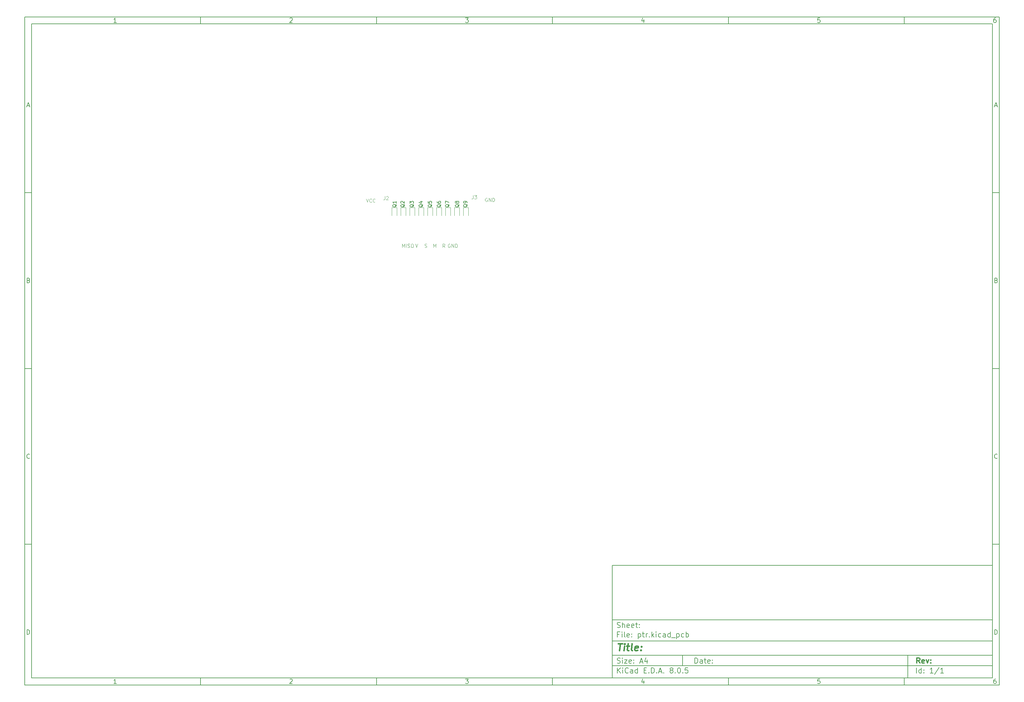
<source format=gbr>
%TF.GenerationSoftware,KiCad,Pcbnew,8.0.5*%
%TF.CreationDate,2024-11-03T20:33:15+08:00*%
%TF.ProjectId,ptr,7074722e-6b69-4636-9164-5f7063625858,rev?*%
%TF.SameCoordinates,Original*%
%TF.FileFunction,Legend,Top*%
%TF.FilePolarity,Positive*%
%FSLAX46Y46*%
G04 Gerber Fmt 4.6, Leading zero omitted, Abs format (unit mm)*
G04 Created by KiCad (PCBNEW 8.0.5) date 2024-11-03 20:33:15*
%MOMM*%
%LPD*%
G01*
G04 APERTURE LIST*
%ADD10C,0.100000*%
%ADD11C,0.150000*%
%ADD12C,0.300000*%
%ADD13C,0.400000*%
%ADD14C,0.120000*%
G04 APERTURE END LIST*
D10*
D11*
X177002200Y-166007200D02*
X285002200Y-166007200D01*
X285002200Y-198007200D01*
X177002200Y-198007200D01*
X177002200Y-166007200D01*
D10*
D11*
X10000000Y-10000000D02*
X287002200Y-10000000D01*
X287002200Y-200007200D01*
X10000000Y-200007200D01*
X10000000Y-10000000D01*
D10*
D11*
X12000000Y-12000000D02*
X285002200Y-12000000D01*
X285002200Y-198007200D01*
X12000000Y-198007200D01*
X12000000Y-12000000D01*
D10*
D11*
X60000000Y-12000000D02*
X60000000Y-10000000D01*
D10*
D11*
X110000000Y-12000000D02*
X110000000Y-10000000D01*
D10*
D11*
X160000000Y-12000000D02*
X160000000Y-10000000D01*
D10*
D11*
X210000000Y-12000000D02*
X210000000Y-10000000D01*
D10*
D11*
X260000000Y-12000000D02*
X260000000Y-10000000D01*
D10*
D11*
X36089160Y-11593604D02*
X35346303Y-11593604D01*
X35717731Y-11593604D02*
X35717731Y-10293604D01*
X35717731Y-10293604D02*
X35593922Y-10479319D01*
X35593922Y-10479319D02*
X35470112Y-10603128D01*
X35470112Y-10603128D02*
X35346303Y-10665033D01*
D10*
D11*
X85346303Y-10417414D02*
X85408207Y-10355509D01*
X85408207Y-10355509D02*
X85532017Y-10293604D01*
X85532017Y-10293604D02*
X85841541Y-10293604D01*
X85841541Y-10293604D02*
X85965350Y-10355509D01*
X85965350Y-10355509D02*
X86027255Y-10417414D01*
X86027255Y-10417414D02*
X86089160Y-10541223D01*
X86089160Y-10541223D02*
X86089160Y-10665033D01*
X86089160Y-10665033D02*
X86027255Y-10850747D01*
X86027255Y-10850747D02*
X85284398Y-11593604D01*
X85284398Y-11593604D02*
X86089160Y-11593604D01*
D10*
D11*
X135284398Y-10293604D02*
X136089160Y-10293604D01*
X136089160Y-10293604D02*
X135655826Y-10788842D01*
X135655826Y-10788842D02*
X135841541Y-10788842D01*
X135841541Y-10788842D02*
X135965350Y-10850747D01*
X135965350Y-10850747D02*
X136027255Y-10912652D01*
X136027255Y-10912652D02*
X136089160Y-11036461D01*
X136089160Y-11036461D02*
X136089160Y-11345985D01*
X136089160Y-11345985D02*
X136027255Y-11469795D01*
X136027255Y-11469795D02*
X135965350Y-11531700D01*
X135965350Y-11531700D02*
X135841541Y-11593604D01*
X135841541Y-11593604D02*
X135470112Y-11593604D01*
X135470112Y-11593604D02*
X135346303Y-11531700D01*
X135346303Y-11531700D02*
X135284398Y-11469795D01*
D10*
D11*
X185965350Y-10726938D02*
X185965350Y-11593604D01*
X185655826Y-10231700D02*
X185346303Y-11160271D01*
X185346303Y-11160271D02*
X186151064Y-11160271D01*
D10*
D11*
X236027255Y-10293604D02*
X235408207Y-10293604D01*
X235408207Y-10293604D02*
X235346303Y-10912652D01*
X235346303Y-10912652D02*
X235408207Y-10850747D01*
X235408207Y-10850747D02*
X235532017Y-10788842D01*
X235532017Y-10788842D02*
X235841541Y-10788842D01*
X235841541Y-10788842D02*
X235965350Y-10850747D01*
X235965350Y-10850747D02*
X236027255Y-10912652D01*
X236027255Y-10912652D02*
X236089160Y-11036461D01*
X236089160Y-11036461D02*
X236089160Y-11345985D01*
X236089160Y-11345985D02*
X236027255Y-11469795D01*
X236027255Y-11469795D02*
X235965350Y-11531700D01*
X235965350Y-11531700D02*
X235841541Y-11593604D01*
X235841541Y-11593604D02*
X235532017Y-11593604D01*
X235532017Y-11593604D02*
X235408207Y-11531700D01*
X235408207Y-11531700D02*
X235346303Y-11469795D01*
D10*
D11*
X285965350Y-10293604D02*
X285717731Y-10293604D01*
X285717731Y-10293604D02*
X285593922Y-10355509D01*
X285593922Y-10355509D02*
X285532017Y-10417414D01*
X285532017Y-10417414D02*
X285408207Y-10603128D01*
X285408207Y-10603128D02*
X285346303Y-10850747D01*
X285346303Y-10850747D02*
X285346303Y-11345985D01*
X285346303Y-11345985D02*
X285408207Y-11469795D01*
X285408207Y-11469795D02*
X285470112Y-11531700D01*
X285470112Y-11531700D02*
X285593922Y-11593604D01*
X285593922Y-11593604D02*
X285841541Y-11593604D01*
X285841541Y-11593604D02*
X285965350Y-11531700D01*
X285965350Y-11531700D02*
X286027255Y-11469795D01*
X286027255Y-11469795D02*
X286089160Y-11345985D01*
X286089160Y-11345985D02*
X286089160Y-11036461D01*
X286089160Y-11036461D02*
X286027255Y-10912652D01*
X286027255Y-10912652D02*
X285965350Y-10850747D01*
X285965350Y-10850747D02*
X285841541Y-10788842D01*
X285841541Y-10788842D02*
X285593922Y-10788842D01*
X285593922Y-10788842D02*
X285470112Y-10850747D01*
X285470112Y-10850747D02*
X285408207Y-10912652D01*
X285408207Y-10912652D02*
X285346303Y-11036461D01*
D10*
D11*
X60000000Y-198007200D02*
X60000000Y-200007200D01*
D10*
D11*
X110000000Y-198007200D02*
X110000000Y-200007200D01*
D10*
D11*
X160000000Y-198007200D02*
X160000000Y-200007200D01*
D10*
D11*
X210000000Y-198007200D02*
X210000000Y-200007200D01*
D10*
D11*
X260000000Y-198007200D02*
X260000000Y-200007200D01*
D10*
D11*
X36089160Y-199600804D02*
X35346303Y-199600804D01*
X35717731Y-199600804D02*
X35717731Y-198300804D01*
X35717731Y-198300804D02*
X35593922Y-198486519D01*
X35593922Y-198486519D02*
X35470112Y-198610328D01*
X35470112Y-198610328D02*
X35346303Y-198672233D01*
D10*
D11*
X85346303Y-198424614D02*
X85408207Y-198362709D01*
X85408207Y-198362709D02*
X85532017Y-198300804D01*
X85532017Y-198300804D02*
X85841541Y-198300804D01*
X85841541Y-198300804D02*
X85965350Y-198362709D01*
X85965350Y-198362709D02*
X86027255Y-198424614D01*
X86027255Y-198424614D02*
X86089160Y-198548423D01*
X86089160Y-198548423D02*
X86089160Y-198672233D01*
X86089160Y-198672233D02*
X86027255Y-198857947D01*
X86027255Y-198857947D02*
X85284398Y-199600804D01*
X85284398Y-199600804D02*
X86089160Y-199600804D01*
D10*
D11*
X135284398Y-198300804D02*
X136089160Y-198300804D01*
X136089160Y-198300804D02*
X135655826Y-198796042D01*
X135655826Y-198796042D02*
X135841541Y-198796042D01*
X135841541Y-198796042D02*
X135965350Y-198857947D01*
X135965350Y-198857947D02*
X136027255Y-198919852D01*
X136027255Y-198919852D02*
X136089160Y-199043661D01*
X136089160Y-199043661D02*
X136089160Y-199353185D01*
X136089160Y-199353185D02*
X136027255Y-199476995D01*
X136027255Y-199476995D02*
X135965350Y-199538900D01*
X135965350Y-199538900D02*
X135841541Y-199600804D01*
X135841541Y-199600804D02*
X135470112Y-199600804D01*
X135470112Y-199600804D02*
X135346303Y-199538900D01*
X135346303Y-199538900D02*
X135284398Y-199476995D01*
D10*
D11*
X185965350Y-198734138D02*
X185965350Y-199600804D01*
X185655826Y-198238900D02*
X185346303Y-199167471D01*
X185346303Y-199167471D02*
X186151064Y-199167471D01*
D10*
D11*
X236027255Y-198300804D02*
X235408207Y-198300804D01*
X235408207Y-198300804D02*
X235346303Y-198919852D01*
X235346303Y-198919852D02*
X235408207Y-198857947D01*
X235408207Y-198857947D02*
X235532017Y-198796042D01*
X235532017Y-198796042D02*
X235841541Y-198796042D01*
X235841541Y-198796042D02*
X235965350Y-198857947D01*
X235965350Y-198857947D02*
X236027255Y-198919852D01*
X236027255Y-198919852D02*
X236089160Y-199043661D01*
X236089160Y-199043661D02*
X236089160Y-199353185D01*
X236089160Y-199353185D02*
X236027255Y-199476995D01*
X236027255Y-199476995D02*
X235965350Y-199538900D01*
X235965350Y-199538900D02*
X235841541Y-199600804D01*
X235841541Y-199600804D02*
X235532017Y-199600804D01*
X235532017Y-199600804D02*
X235408207Y-199538900D01*
X235408207Y-199538900D02*
X235346303Y-199476995D01*
D10*
D11*
X285965350Y-198300804D02*
X285717731Y-198300804D01*
X285717731Y-198300804D02*
X285593922Y-198362709D01*
X285593922Y-198362709D02*
X285532017Y-198424614D01*
X285532017Y-198424614D02*
X285408207Y-198610328D01*
X285408207Y-198610328D02*
X285346303Y-198857947D01*
X285346303Y-198857947D02*
X285346303Y-199353185D01*
X285346303Y-199353185D02*
X285408207Y-199476995D01*
X285408207Y-199476995D02*
X285470112Y-199538900D01*
X285470112Y-199538900D02*
X285593922Y-199600804D01*
X285593922Y-199600804D02*
X285841541Y-199600804D01*
X285841541Y-199600804D02*
X285965350Y-199538900D01*
X285965350Y-199538900D02*
X286027255Y-199476995D01*
X286027255Y-199476995D02*
X286089160Y-199353185D01*
X286089160Y-199353185D02*
X286089160Y-199043661D01*
X286089160Y-199043661D02*
X286027255Y-198919852D01*
X286027255Y-198919852D02*
X285965350Y-198857947D01*
X285965350Y-198857947D02*
X285841541Y-198796042D01*
X285841541Y-198796042D02*
X285593922Y-198796042D01*
X285593922Y-198796042D02*
X285470112Y-198857947D01*
X285470112Y-198857947D02*
X285408207Y-198919852D01*
X285408207Y-198919852D02*
X285346303Y-199043661D01*
D10*
D11*
X10000000Y-60000000D02*
X12000000Y-60000000D01*
D10*
D11*
X10000000Y-110000000D02*
X12000000Y-110000000D01*
D10*
D11*
X10000000Y-160000000D02*
X12000000Y-160000000D01*
D10*
D11*
X10690476Y-35222176D02*
X11309523Y-35222176D01*
X10566666Y-35593604D02*
X10999999Y-34293604D01*
X10999999Y-34293604D02*
X11433333Y-35593604D01*
D10*
D11*
X11092857Y-84912652D02*
X11278571Y-84974557D01*
X11278571Y-84974557D02*
X11340476Y-85036461D01*
X11340476Y-85036461D02*
X11402380Y-85160271D01*
X11402380Y-85160271D02*
X11402380Y-85345985D01*
X11402380Y-85345985D02*
X11340476Y-85469795D01*
X11340476Y-85469795D02*
X11278571Y-85531700D01*
X11278571Y-85531700D02*
X11154761Y-85593604D01*
X11154761Y-85593604D02*
X10659523Y-85593604D01*
X10659523Y-85593604D02*
X10659523Y-84293604D01*
X10659523Y-84293604D02*
X11092857Y-84293604D01*
X11092857Y-84293604D02*
X11216666Y-84355509D01*
X11216666Y-84355509D02*
X11278571Y-84417414D01*
X11278571Y-84417414D02*
X11340476Y-84541223D01*
X11340476Y-84541223D02*
X11340476Y-84665033D01*
X11340476Y-84665033D02*
X11278571Y-84788842D01*
X11278571Y-84788842D02*
X11216666Y-84850747D01*
X11216666Y-84850747D02*
X11092857Y-84912652D01*
X11092857Y-84912652D02*
X10659523Y-84912652D01*
D10*
D11*
X11402380Y-135469795D02*
X11340476Y-135531700D01*
X11340476Y-135531700D02*
X11154761Y-135593604D01*
X11154761Y-135593604D02*
X11030952Y-135593604D01*
X11030952Y-135593604D02*
X10845238Y-135531700D01*
X10845238Y-135531700D02*
X10721428Y-135407890D01*
X10721428Y-135407890D02*
X10659523Y-135284080D01*
X10659523Y-135284080D02*
X10597619Y-135036461D01*
X10597619Y-135036461D02*
X10597619Y-134850747D01*
X10597619Y-134850747D02*
X10659523Y-134603128D01*
X10659523Y-134603128D02*
X10721428Y-134479319D01*
X10721428Y-134479319D02*
X10845238Y-134355509D01*
X10845238Y-134355509D02*
X11030952Y-134293604D01*
X11030952Y-134293604D02*
X11154761Y-134293604D01*
X11154761Y-134293604D02*
X11340476Y-134355509D01*
X11340476Y-134355509D02*
X11402380Y-134417414D01*
D10*
D11*
X10659523Y-185593604D02*
X10659523Y-184293604D01*
X10659523Y-184293604D02*
X10969047Y-184293604D01*
X10969047Y-184293604D02*
X11154761Y-184355509D01*
X11154761Y-184355509D02*
X11278571Y-184479319D01*
X11278571Y-184479319D02*
X11340476Y-184603128D01*
X11340476Y-184603128D02*
X11402380Y-184850747D01*
X11402380Y-184850747D02*
X11402380Y-185036461D01*
X11402380Y-185036461D02*
X11340476Y-185284080D01*
X11340476Y-185284080D02*
X11278571Y-185407890D01*
X11278571Y-185407890D02*
X11154761Y-185531700D01*
X11154761Y-185531700D02*
X10969047Y-185593604D01*
X10969047Y-185593604D02*
X10659523Y-185593604D01*
D10*
D11*
X287002200Y-60000000D02*
X285002200Y-60000000D01*
D10*
D11*
X287002200Y-110000000D02*
X285002200Y-110000000D01*
D10*
D11*
X287002200Y-160000000D02*
X285002200Y-160000000D01*
D10*
D11*
X285692676Y-35222176D02*
X286311723Y-35222176D01*
X285568866Y-35593604D02*
X286002199Y-34293604D01*
X286002199Y-34293604D02*
X286435533Y-35593604D01*
D10*
D11*
X286095057Y-84912652D02*
X286280771Y-84974557D01*
X286280771Y-84974557D02*
X286342676Y-85036461D01*
X286342676Y-85036461D02*
X286404580Y-85160271D01*
X286404580Y-85160271D02*
X286404580Y-85345985D01*
X286404580Y-85345985D02*
X286342676Y-85469795D01*
X286342676Y-85469795D02*
X286280771Y-85531700D01*
X286280771Y-85531700D02*
X286156961Y-85593604D01*
X286156961Y-85593604D02*
X285661723Y-85593604D01*
X285661723Y-85593604D02*
X285661723Y-84293604D01*
X285661723Y-84293604D02*
X286095057Y-84293604D01*
X286095057Y-84293604D02*
X286218866Y-84355509D01*
X286218866Y-84355509D02*
X286280771Y-84417414D01*
X286280771Y-84417414D02*
X286342676Y-84541223D01*
X286342676Y-84541223D02*
X286342676Y-84665033D01*
X286342676Y-84665033D02*
X286280771Y-84788842D01*
X286280771Y-84788842D02*
X286218866Y-84850747D01*
X286218866Y-84850747D02*
X286095057Y-84912652D01*
X286095057Y-84912652D02*
X285661723Y-84912652D01*
D10*
D11*
X286404580Y-135469795D02*
X286342676Y-135531700D01*
X286342676Y-135531700D02*
X286156961Y-135593604D01*
X286156961Y-135593604D02*
X286033152Y-135593604D01*
X286033152Y-135593604D02*
X285847438Y-135531700D01*
X285847438Y-135531700D02*
X285723628Y-135407890D01*
X285723628Y-135407890D02*
X285661723Y-135284080D01*
X285661723Y-135284080D02*
X285599819Y-135036461D01*
X285599819Y-135036461D02*
X285599819Y-134850747D01*
X285599819Y-134850747D02*
X285661723Y-134603128D01*
X285661723Y-134603128D02*
X285723628Y-134479319D01*
X285723628Y-134479319D02*
X285847438Y-134355509D01*
X285847438Y-134355509D02*
X286033152Y-134293604D01*
X286033152Y-134293604D02*
X286156961Y-134293604D01*
X286156961Y-134293604D02*
X286342676Y-134355509D01*
X286342676Y-134355509D02*
X286404580Y-134417414D01*
D10*
D11*
X285661723Y-185593604D02*
X285661723Y-184293604D01*
X285661723Y-184293604D02*
X285971247Y-184293604D01*
X285971247Y-184293604D02*
X286156961Y-184355509D01*
X286156961Y-184355509D02*
X286280771Y-184479319D01*
X286280771Y-184479319D02*
X286342676Y-184603128D01*
X286342676Y-184603128D02*
X286404580Y-184850747D01*
X286404580Y-184850747D02*
X286404580Y-185036461D01*
X286404580Y-185036461D02*
X286342676Y-185284080D01*
X286342676Y-185284080D02*
X286280771Y-185407890D01*
X286280771Y-185407890D02*
X286156961Y-185531700D01*
X286156961Y-185531700D02*
X285971247Y-185593604D01*
X285971247Y-185593604D02*
X285661723Y-185593604D01*
D10*
D11*
X200458026Y-193793328D02*
X200458026Y-192293328D01*
X200458026Y-192293328D02*
X200815169Y-192293328D01*
X200815169Y-192293328D02*
X201029455Y-192364757D01*
X201029455Y-192364757D02*
X201172312Y-192507614D01*
X201172312Y-192507614D02*
X201243741Y-192650471D01*
X201243741Y-192650471D02*
X201315169Y-192936185D01*
X201315169Y-192936185D02*
X201315169Y-193150471D01*
X201315169Y-193150471D02*
X201243741Y-193436185D01*
X201243741Y-193436185D02*
X201172312Y-193579042D01*
X201172312Y-193579042D02*
X201029455Y-193721900D01*
X201029455Y-193721900D02*
X200815169Y-193793328D01*
X200815169Y-193793328D02*
X200458026Y-193793328D01*
X202600884Y-193793328D02*
X202600884Y-193007614D01*
X202600884Y-193007614D02*
X202529455Y-192864757D01*
X202529455Y-192864757D02*
X202386598Y-192793328D01*
X202386598Y-192793328D02*
X202100884Y-192793328D01*
X202100884Y-192793328D02*
X201958026Y-192864757D01*
X202600884Y-193721900D02*
X202458026Y-193793328D01*
X202458026Y-193793328D02*
X202100884Y-193793328D01*
X202100884Y-193793328D02*
X201958026Y-193721900D01*
X201958026Y-193721900D02*
X201886598Y-193579042D01*
X201886598Y-193579042D02*
X201886598Y-193436185D01*
X201886598Y-193436185D02*
X201958026Y-193293328D01*
X201958026Y-193293328D02*
X202100884Y-193221900D01*
X202100884Y-193221900D02*
X202458026Y-193221900D01*
X202458026Y-193221900D02*
X202600884Y-193150471D01*
X203100884Y-192793328D02*
X203672312Y-192793328D01*
X203315169Y-192293328D02*
X203315169Y-193579042D01*
X203315169Y-193579042D02*
X203386598Y-193721900D01*
X203386598Y-193721900D02*
X203529455Y-193793328D01*
X203529455Y-193793328D02*
X203672312Y-193793328D01*
X204743741Y-193721900D02*
X204600884Y-193793328D01*
X204600884Y-193793328D02*
X204315170Y-193793328D01*
X204315170Y-193793328D02*
X204172312Y-193721900D01*
X204172312Y-193721900D02*
X204100884Y-193579042D01*
X204100884Y-193579042D02*
X204100884Y-193007614D01*
X204100884Y-193007614D02*
X204172312Y-192864757D01*
X204172312Y-192864757D02*
X204315170Y-192793328D01*
X204315170Y-192793328D02*
X204600884Y-192793328D01*
X204600884Y-192793328D02*
X204743741Y-192864757D01*
X204743741Y-192864757D02*
X204815170Y-193007614D01*
X204815170Y-193007614D02*
X204815170Y-193150471D01*
X204815170Y-193150471D02*
X204100884Y-193293328D01*
X205458026Y-193650471D02*
X205529455Y-193721900D01*
X205529455Y-193721900D02*
X205458026Y-193793328D01*
X205458026Y-193793328D02*
X205386598Y-193721900D01*
X205386598Y-193721900D02*
X205458026Y-193650471D01*
X205458026Y-193650471D02*
X205458026Y-193793328D01*
X205458026Y-192864757D02*
X205529455Y-192936185D01*
X205529455Y-192936185D02*
X205458026Y-193007614D01*
X205458026Y-193007614D02*
X205386598Y-192936185D01*
X205386598Y-192936185D02*
X205458026Y-192864757D01*
X205458026Y-192864757D02*
X205458026Y-193007614D01*
D10*
D11*
X177002200Y-194507200D02*
X285002200Y-194507200D01*
D10*
D11*
X178458026Y-196593328D02*
X178458026Y-195093328D01*
X179315169Y-196593328D02*
X178672312Y-195736185D01*
X179315169Y-195093328D02*
X178458026Y-195950471D01*
X179958026Y-196593328D02*
X179958026Y-195593328D01*
X179958026Y-195093328D02*
X179886598Y-195164757D01*
X179886598Y-195164757D02*
X179958026Y-195236185D01*
X179958026Y-195236185D02*
X180029455Y-195164757D01*
X180029455Y-195164757D02*
X179958026Y-195093328D01*
X179958026Y-195093328D02*
X179958026Y-195236185D01*
X181529455Y-196450471D02*
X181458027Y-196521900D01*
X181458027Y-196521900D02*
X181243741Y-196593328D01*
X181243741Y-196593328D02*
X181100884Y-196593328D01*
X181100884Y-196593328D02*
X180886598Y-196521900D01*
X180886598Y-196521900D02*
X180743741Y-196379042D01*
X180743741Y-196379042D02*
X180672312Y-196236185D01*
X180672312Y-196236185D02*
X180600884Y-195950471D01*
X180600884Y-195950471D02*
X180600884Y-195736185D01*
X180600884Y-195736185D02*
X180672312Y-195450471D01*
X180672312Y-195450471D02*
X180743741Y-195307614D01*
X180743741Y-195307614D02*
X180886598Y-195164757D01*
X180886598Y-195164757D02*
X181100884Y-195093328D01*
X181100884Y-195093328D02*
X181243741Y-195093328D01*
X181243741Y-195093328D02*
X181458027Y-195164757D01*
X181458027Y-195164757D02*
X181529455Y-195236185D01*
X182815170Y-196593328D02*
X182815170Y-195807614D01*
X182815170Y-195807614D02*
X182743741Y-195664757D01*
X182743741Y-195664757D02*
X182600884Y-195593328D01*
X182600884Y-195593328D02*
X182315170Y-195593328D01*
X182315170Y-195593328D02*
X182172312Y-195664757D01*
X182815170Y-196521900D02*
X182672312Y-196593328D01*
X182672312Y-196593328D02*
X182315170Y-196593328D01*
X182315170Y-196593328D02*
X182172312Y-196521900D01*
X182172312Y-196521900D02*
X182100884Y-196379042D01*
X182100884Y-196379042D02*
X182100884Y-196236185D01*
X182100884Y-196236185D02*
X182172312Y-196093328D01*
X182172312Y-196093328D02*
X182315170Y-196021900D01*
X182315170Y-196021900D02*
X182672312Y-196021900D01*
X182672312Y-196021900D02*
X182815170Y-195950471D01*
X184172313Y-196593328D02*
X184172313Y-195093328D01*
X184172313Y-196521900D02*
X184029455Y-196593328D01*
X184029455Y-196593328D02*
X183743741Y-196593328D01*
X183743741Y-196593328D02*
X183600884Y-196521900D01*
X183600884Y-196521900D02*
X183529455Y-196450471D01*
X183529455Y-196450471D02*
X183458027Y-196307614D01*
X183458027Y-196307614D02*
X183458027Y-195879042D01*
X183458027Y-195879042D02*
X183529455Y-195736185D01*
X183529455Y-195736185D02*
X183600884Y-195664757D01*
X183600884Y-195664757D02*
X183743741Y-195593328D01*
X183743741Y-195593328D02*
X184029455Y-195593328D01*
X184029455Y-195593328D02*
X184172313Y-195664757D01*
X186029455Y-195807614D02*
X186529455Y-195807614D01*
X186743741Y-196593328D02*
X186029455Y-196593328D01*
X186029455Y-196593328D02*
X186029455Y-195093328D01*
X186029455Y-195093328D02*
X186743741Y-195093328D01*
X187386598Y-196450471D02*
X187458027Y-196521900D01*
X187458027Y-196521900D02*
X187386598Y-196593328D01*
X187386598Y-196593328D02*
X187315170Y-196521900D01*
X187315170Y-196521900D02*
X187386598Y-196450471D01*
X187386598Y-196450471D02*
X187386598Y-196593328D01*
X188100884Y-196593328D02*
X188100884Y-195093328D01*
X188100884Y-195093328D02*
X188458027Y-195093328D01*
X188458027Y-195093328D02*
X188672313Y-195164757D01*
X188672313Y-195164757D02*
X188815170Y-195307614D01*
X188815170Y-195307614D02*
X188886599Y-195450471D01*
X188886599Y-195450471D02*
X188958027Y-195736185D01*
X188958027Y-195736185D02*
X188958027Y-195950471D01*
X188958027Y-195950471D02*
X188886599Y-196236185D01*
X188886599Y-196236185D02*
X188815170Y-196379042D01*
X188815170Y-196379042D02*
X188672313Y-196521900D01*
X188672313Y-196521900D02*
X188458027Y-196593328D01*
X188458027Y-196593328D02*
X188100884Y-196593328D01*
X189600884Y-196450471D02*
X189672313Y-196521900D01*
X189672313Y-196521900D02*
X189600884Y-196593328D01*
X189600884Y-196593328D02*
X189529456Y-196521900D01*
X189529456Y-196521900D02*
X189600884Y-196450471D01*
X189600884Y-196450471D02*
X189600884Y-196593328D01*
X190243742Y-196164757D02*
X190958028Y-196164757D01*
X190100885Y-196593328D02*
X190600885Y-195093328D01*
X190600885Y-195093328D02*
X191100885Y-196593328D01*
X191600884Y-196450471D02*
X191672313Y-196521900D01*
X191672313Y-196521900D02*
X191600884Y-196593328D01*
X191600884Y-196593328D02*
X191529456Y-196521900D01*
X191529456Y-196521900D02*
X191600884Y-196450471D01*
X191600884Y-196450471D02*
X191600884Y-196593328D01*
X193672313Y-195736185D02*
X193529456Y-195664757D01*
X193529456Y-195664757D02*
X193458027Y-195593328D01*
X193458027Y-195593328D02*
X193386599Y-195450471D01*
X193386599Y-195450471D02*
X193386599Y-195379042D01*
X193386599Y-195379042D02*
X193458027Y-195236185D01*
X193458027Y-195236185D02*
X193529456Y-195164757D01*
X193529456Y-195164757D02*
X193672313Y-195093328D01*
X193672313Y-195093328D02*
X193958027Y-195093328D01*
X193958027Y-195093328D02*
X194100885Y-195164757D01*
X194100885Y-195164757D02*
X194172313Y-195236185D01*
X194172313Y-195236185D02*
X194243742Y-195379042D01*
X194243742Y-195379042D02*
X194243742Y-195450471D01*
X194243742Y-195450471D02*
X194172313Y-195593328D01*
X194172313Y-195593328D02*
X194100885Y-195664757D01*
X194100885Y-195664757D02*
X193958027Y-195736185D01*
X193958027Y-195736185D02*
X193672313Y-195736185D01*
X193672313Y-195736185D02*
X193529456Y-195807614D01*
X193529456Y-195807614D02*
X193458027Y-195879042D01*
X193458027Y-195879042D02*
X193386599Y-196021900D01*
X193386599Y-196021900D02*
X193386599Y-196307614D01*
X193386599Y-196307614D02*
X193458027Y-196450471D01*
X193458027Y-196450471D02*
X193529456Y-196521900D01*
X193529456Y-196521900D02*
X193672313Y-196593328D01*
X193672313Y-196593328D02*
X193958027Y-196593328D01*
X193958027Y-196593328D02*
X194100885Y-196521900D01*
X194100885Y-196521900D02*
X194172313Y-196450471D01*
X194172313Y-196450471D02*
X194243742Y-196307614D01*
X194243742Y-196307614D02*
X194243742Y-196021900D01*
X194243742Y-196021900D02*
X194172313Y-195879042D01*
X194172313Y-195879042D02*
X194100885Y-195807614D01*
X194100885Y-195807614D02*
X193958027Y-195736185D01*
X194886598Y-196450471D02*
X194958027Y-196521900D01*
X194958027Y-196521900D02*
X194886598Y-196593328D01*
X194886598Y-196593328D02*
X194815170Y-196521900D01*
X194815170Y-196521900D02*
X194886598Y-196450471D01*
X194886598Y-196450471D02*
X194886598Y-196593328D01*
X195886599Y-195093328D02*
X196029456Y-195093328D01*
X196029456Y-195093328D02*
X196172313Y-195164757D01*
X196172313Y-195164757D02*
X196243742Y-195236185D01*
X196243742Y-195236185D02*
X196315170Y-195379042D01*
X196315170Y-195379042D02*
X196386599Y-195664757D01*
X196386599Y-195664757D02*
X196386599Y-196021900D01*
X196386599Y-196021900D02*
X196315170Y-196307614D01*
X196315170Y-196307614D02*
X196243742Y-196450471D01*
X196243742Y-196450471D02*
X196172313Y-196521900D01*
X196172313Y-196521900D02*
X196029456Y-196593328D01*
X196029456Y-196593328D02*
X195886599Y-196593328D01*
X195886599Y-196593328D02*
X195743742Y-196521900D01*
X195743742Y-196521900D02*
X195672313Y-196450471D01*
X195672313Y-196450471D02*
X195600884Y-196307614D01*
X195600884Y-196307614D02*
X195529456Y-196021900D01*
X195529456Y-196021900D02*
X195529456Y-195664757D01*
X195529456Y-195664757D02*
X195600884Y-195379042D01*
X195600884Y-195379042D02*
X195672313Y-195236185D01*
X195672313Y-195236185D02*
X195743742Y-195164757D01*
X195743742Y-195164757D02*
X195886599Y-195093328D01*
X197029455Y-196450471D02*
X197100884Y-196521900D01*
X197100884Y-196521900D02*
X197029455Y-196593328D01*
X197029455Y-196593328D02*
X196958027Y-196521900D01*
X196958027Y-196521900D02*
X197029455Y-196450471D01*
X197029455Y-196450471D02*
X197029455Y-196593328D01*
X198458027Y-195093328D02*
X197743741Y-195093328D01*
X197743741Y-195093328D02*
X197672313Y-195807614D01*
X197672313Y-195807614D02*
X197743741Y-195736185D01*
X197743741Y-195736185D02*
X197886599Y-195664757D01*
X197886599Y-195664757D02*
X198243741Y-195664757D01*
X198243741Y-195664757D02*
X198386599Y-195736185D01*
X198386599Y-195736185D02*
X198458027Y-195807614D01*
X198458027Y-195807614D02*
X198529456Y-195950471D01*
X198529456Y-195950471D02*
X198529456Y-196307614D01*
X198529456Y-196307614D02*
X198458027Y-196450471D01*
X198458027Y-196450471D02*
X198386599Y-196521900D01*
X198386599Y-196521900D02*
X198243741Y-196593328D01*
X198243741Y-196593328D02*
X197886599Y-196593328D01*
X197886599Y-196593328D02*
X197743741Y-196521900D01*
X197743741Y-196521900D02*
X197672313Y-196450471D01*
D10*
D11*
X177002200Y-191507200D02*
X285002200Y-191507200D01*
D10*
D12*
X264413853Y-193785528D02*
X263913853Y-193071242D01*
X263556710Y-193785528D02*
X263556710Y-192285528D01*
X263556710Y-192285528D02*
X264128139Y-192285528D01*
X264128139Y-192285528D02*
X264270996Y-192356957D01*
X264270996Y-192356957D02*
X264342425Y-192428385D01*
X264342425Y-192428385D02*
X264413853Y-192571242D01*
X264413853Y-192571242D02*
X264413853Y-192785528D01*
X264413853Y-192785528D02*
X264342425Y-192928385D01*
X264342425Y-192928385D02*
X264270996Y-192999814D01*
X264270996Y-192999814D02*
X264128139Y-193071242D01*
X264128139Y-193071242D02*
X263556710Y-193071242D01*
X265628139Y-193714100D02*
X265485282Y-193785528D01*
X265485282Y-193785528D02*
X265199568Y-193785528D01*
X265199568Y-193785528D02*
X265056710Y-193714100D01*
X265056710Y-193714100D02*
X264985282Y-193571242D01*
X264985282Y-193571242D02*
X264985282Y-192999814D01*
X264985282Y-192999814D02*
X265056710Y-192856957D01*
X265056710Y-192856957D02*
X265199568Y-192785528D01*
X265199568Y-192785528D02*
X265485282Y-192785528D01*
X265485282Y-192785528D02*
X265628139Y-192856957D01*
X265628139Y-192856957D02*
X265699568Y-192999814D01*
X265699568Y-192999814D02*
X265699568Y-193142671D01*
X265699568Y-193142671D02*
X264985282Y-193285528D01*
X266199567Y-192785528D02*
X266556710Y-193785528D01*
X266556710Y-193785528D02*
X266913853Y-192785528D01*
X267485281Y-193642671D02*
X267556710Y-193714100D01*
X267556710Y-193714100D02*
X267485281Y-193785528D01*
X267485281Y-193785528D02*
X267413853Y-193714100D01*
X267413853Y-193714100D02*
X267485281Y-193642671D01*
X267485281Y-193642671D02*
X267485281Y-193785528D01*
X267485281Y-192856957D02*
X267556710Y-192928385D01*
X267556710Y-192928385D02*
X267485281Y-192999814D01*
X267485281Y-192999814D02*
X267413853Y-192928385D01*
X267413853Y-192928385D02*
X267485281Y-192856957D01*
X267485281Y-192856957D02*
X267485281Y-192999814D01*
D10*
D11*
X178386598Y-193721900D02*
X178600884Y-193793328D01*
X178600884Y-193793328D02*
X178958026Y-193793328D01*
X178958026Y-193793328D02*
X179100884Y-193721900D01*
X179100884Y-193721900D02*
X179172312Y-193650471D01*
X179172312Y-193650471D02*
X179243741Y-193507614D01*
X179243741Y-193507614D02*
X179243741Y-193364757D01*
X179243741Y-193364757D02*
X179172312Y-193221900D01*
X179172312Y-193221900D02*
X179100884Y-193150471D01*
X179100884Y-193150471D02*
X178958026Y-193079042D01*
X178958026Y-193079042D02*
X178672312Y-193007614D01*
X178672312Y-193007614D02*
X178529455Y-192936185D01*
X178529455Y-192936185D02*
X178458026Y-192864757D01*
X178458026Y-192864757D02*
X178386598Y-192721900D01*
X178386598Y-192721900D02*
X178386598Y-192579042D01*
X178386598Y-192579042D02*
X178458026Y-192436185D01*
X178458026Y-192436185D02*
X178529455Y-192364757D01*
X178529455Y-192364757D02*
X178672312Y-192293328D01*
X178672312Y-192293328D02*
X179029455Y-192293328D01*
X179029455Y-192293328D02*
X179243741Y-192364757D01*
X179886597Y-193793328D02*
X179886597Y-192793328D01*
X179886597Y-192293328D02*
X179815169Y-192364757D01*
X179815169Y-192364757D02*
X179886597Y-192436185D01*
X179886597Y-192436185D02*
X179958026Y-192364757D01*
X179958026Y-192364757D02*
X179886597Y-192293328D01*
X179886597Y-192293328D02*
X179886597Y-192436185D01*
X180458026Y-192793328D02*
X181243741Y-192793328D01*
X181243741Y-192793328D02*
X180458026Y-193793328D01*
X180458026Y-193793328D02*
X181243741Y-193793328D01*
X182386598Y-193721900D02*
X182243741Y-193793328D01*
X182243741Y-193793328D02*
X181958027Y-193793328D01*
X181958027Y-193793328D02*
X181815169Y-193721900D01*
X181815169Y-193721900D02*
X181743741Y-193579042D01*
X181743741Y-193579042D02*
X181743741Y-193007614D01*
X181743741Y-193007614D02*
X181815169Y-192864757D01*
X181815169Y-192864757D02*
X181958027Y-192793328D01*
X181958027Y-192793328D02*
X182243741Y-192793328D01*
X182243741Y-192793328D02*
X182386598Y-192864757D01*
X182386598Y-192864757D02*
X182458027Y-193007614D01*
X182458027Y-193007614D02*
X182458027Y-193150471D01*
X182458027Y-193150471D02*
X181743741Y-193293328D01*
X183100883Y-193650471D02*
X183172312Y-193721900D01*
X183172312Y-193721900D02*
X183100883Y-193793328D01*
X183100883Y-193793328D02*
X183029455Y-193721900D01*
X183029455Y-193721900D02*
X183100883Y-193650471D01*
X183100883Y-193650471D02*
X183100883Y-193793328D01*
X183100883Y-192864757D02*
X183172312Y-192936185D01*
X183172312Y-192936185D02*
X183100883Y-193007614D01*
X183100883Y-193007614D02*
X183029455Y-192936185D01*
X183029455Y-192936185D02*
X183100883Y-192864757D01*
X183100883Y-192864757D02*
X183100883Y-193007614D01*
X184886598Y-193364757D02*
X185600884Y-193364757D01*
X184743741Y-193793328D02*
X185243741Y-192293328D01*
X185243741Y-192293328D02*
X185743741Y-193793328D01*
X186886598Y-192793328D02*
X186886598Y-193793328D01*
X186529455Y-192221900D02*
X186172312Y-193293328D01*
X186172312Y-193293328D02*
X187100883Y-193293328D01*
D10*
D11*
X263458026Y-196593328D02*
X263458026Y-195093328D01*
X264815170Y-196593328D02*
X264815170Y-195093328D01*
X264815170Y-196521900D02*
X264672312Y-196593328D01*
X264672312Y-196593328D02*
X264386598Y-196593328D01*
X264386598Y-196593328D02*
X264243741Y-196521900D01*
X264243741Y-196521900D02*
X264172312Y-196450471D01*
X264172312Y-196450471D02*
X264100884Y-196307614D01*
X264100884Y-196307614D02*
X264100884Y-195879042D01*
X264100884Y-195879042D02*
X264172312Y-195736185D01*
X264172312Y-195736185D02*
X264243741Y-195664757D01*
X264243741Y-195664757D02*
X264386598Y-195593328D01*
X264386598Y-195593328D02*
X264672312Y-195593328D01*
X264672312Y-195593328D02*
X264815170Y-195664757D01*
X265529455Y-196450471D02*
X265600884Y-196521900D01*
X265600884Y-196521900D02*
X265529455Y-196593328D01*
X265529455Y-196593328D02*
X265458027Y-196521900D01*
X265458027Y-196521900D02*
X265529455Y-196450471D01*
X265529455Y-196450471D02*
X265529455Y-196593328D01*
X265529455Y-195664757D02*
X265600884Y-195736185D01*
X265600884Y-195736185D02*
X265529455Y-195807614D01*
X265529455Y-195807614D02*
X265458027Y-195736185D01*
X265458027Y-195736185D02*
X265529455Y-195664757D01*
X265529455Y-195664757D02*
X265529455Y-195807614D01*
X268172313Y-196593328D02*
X267315170Y-196593328D01*
X267743741Y-196593328D02*
X267743741Y-195093328D01*
X267743741Y-195093328D02*
X267600884Y-195307614D01*
X267600884Y-195307614D02*
X267458027Y-195450471D01*
X267458027Y-195450471D02*
X267315170Y-195521900D01*
X269886598Y-195021900D02*
X268600884Y-196950471D01*
X271172313Y-196593328D02*
X270315170Y-196593328D01*
X270743741Y-196593328D02*
X270743741Y-195093328D01*
X270743741Y-195093328D02*
X270600884Y-195307614D01*
X270600884Y-195307614D02*
X270458027Y-195450471D01*
X270458027Y-195450471D02*
X270315170Y-195521900D01*
D10*
D11*
X177002200Y-187507200D02*
X285002200Y-187507200D01*
D10*
D13*
X178693928Y-188211638D02*
X179836785Y-188211638D01*
X179015357Y-190211638D02*
X179265357Y-188211638D01*
X180253452Y-190211638D02*
X180420119Y-188878304D01*
X180503452Y-188211638D02*
X180396309Y-188306876D01*
X180396309Y-188306876D02*
X180479643Y-188402114D01*
X180479643Y-188402114D02*
X180586786Y-188306876D01*
X180586786Y-188306876D02*
X180503452Y-188211638D01*
X180503452Y-188211638D02*
X180479643Y-188402114D01*
X181086786Y-188878304D02*
X181848690Y-188878304D01*
X181455833Y-188211638D02*
X181241548Y-189925923D01*
X181241548Y-189925923D02*
X181312976Y-190116400D01*
X181312976Y-190116400D02*
X181491548Y-190211638D01*
X181491548Y-190211638D02*
X181682024Y-190211638D01*
X182634405Y-190211638D02*
X182455833Y-190116400D01*
X182455833Y-190116400D02*
X182384405Y-189925923D01*
X182384405Y-189925923D02*
X182598690Y-188211638D01*
X184170119Y-190116400D02*
X183967738Y-190211638D01*
X183967738Y-190211638D02*
X183586785Y-190211638D01*
X183586785Y-190211638D02*
X183408214Y-190116400D01*
X183408214Y-190116400D02*
X183336785Y-189925923D01*
X183336785Y-189925923D02*
X183432024Y-189164019D01*
X183432024Y-189164019D02*
X183551071Y-188973542D01*
X183551071Y-188973542D02*
X183753452Y-188878304D01*
X183753452Y-188878304D02*
X184134404Y-188878304D01*
X184134404Y-188878304D02*
X184312976Y-188973542D01*
X184312976Y-188973542D02*
X184384404Y-189164019D01*
X184384404Y-189164019D02*
X184360595Y-189354495D01*
X184360595Y-189354495D02*
X183384404Y-189544971D01*
X185134405Y-190021161D02*
X185217738Y-190116400D01*
X185217738Y-190116400D02*
X185110595Y-190211638D01*
X185110595Y-190211638D02*
X185027262Y-190116400D01*
X185027262Y-190116400D02*
X185134405Y-190021161D01*
X185134405Y-190021161D02*
X185110595Y-190211638D01*
X185265357Y-188973542D02*
X185348690Y-189068780D01*
X185348690Y-189068780D02*
X185241548Y-189164019D01*
X185241548Y-189164019D02*
X185158214Y-189068780D01*
X185158214Y-189068780D02*
X185265357Y-188973542D01*
X185265357Y-188973542D02*
X185241548Y-189164019D01*
D10*
D11*
X178958026Y-185607614D02*
X178458026Y-185607614D01*
X178458026Y-186393328D02*
X178458026Y-184893328D01*
X178458026Y-184893328D02*
X179172312Y-184893328D01*
X179743740Y-186393328D02*
X179743740Y-185393328D01*
X179743740Y-184893328D02*
X179672312Y-184964757D01*
X179672312Y-184964757D02*
X179743740Y-185036185D01*
X179743740Y-185036185D02*
X179815169Y-184964757D01*
X179815169Y-184964757D02*
X179743740Y-184893328D01*
X179743740Y-184893328D02*
X179743740Y-185036185D01*
X180672312Y-186393328D02*
X180529455Y-186321900D01*
X180529455Y-186321900D02*
X180458026Y-186179042D01*
X180458026Y-186179042D02*
X180458026Y-184893328D01*
X181815169Y-186321900D02*
X181672312Y-186393328D01*
X181672312Y-186393328D02*
X181386598Y-186393328D01*
X181386598Y-186393328D02*
X181243740Y-186321900D01*
X181243740Y-186321900D02*
X181172312Y-186179042D01*
X181172312Y-186179042D02*
X181172312Y-185607614D01*
X181172312Y-185607614D02*
X181243740Y-185464757D01*
X181243740Y-185464757D02*
X181386598Y-185393328D01*
X181386598Y-185393328D02*
X181672312Y-185393328D01*
X181672312Y-185393328D02*
X181815169Y-185464757D01*
X181815169Y-185464757D02*
X181886598Y-185607614D01*
X181886598Y-185607614D02*
X181886598Y-185750471D01*
X181886598Y-185750471D02*
X181172312Y-185893328D01*
X182529454Y-186250471D02*
X182600883Y-186321900D01*
X182600883Y-186321900D02*
X182529454Y-186393328D01*
X182529454Y-186393328D02*
X182458026Y-186321900D01*
X182458026Y-186321900D02*
X182529454Y-186250471D01*
X182529454Y-186250471D02*
X182529454Y-186393328D01*
X182529454Y-185464757D02*
X182600883Y-185536185D01*
X182600883Y-185536185D02*
X182529454Y-185607614D01*
X182529454Y-185607614D02*
X182458026Y-185536185D01*
X182458026Y-185536185D02*
X182529454Y-185464757D01*
X182529454Y-185464757D02*
X182529454Y-185607614D01*
X184386597Y-185393328D02*
X184386597Y-186893328D01*
X184386597Y-185464757D02*
X184529455Y-185393328D01*
X184529455Y-185393328D02*
X184815169Y-185393328D01*
X184815169Y-185393328D02*
X184958026Y-185464757D01*
X184958026Y-185464757D02*
X185029455Y-185536185D01*
X185029455Y-185536185D02*
X185100883Y-185679042D01*
X185100883Y-185679042D02*
X185100883Y-186107614D01*
X185100883Y-186107614D02*
X185029455Y-186250471D01*
X185029455Y-186250471D02*
X184958026Y-186321900D01*
X184958026Y-186321900D02*
X184815169Y-186393328D01*
X184815169Y-186393328D02*
X184529455Y-186393328D01*
X184529455Y-186393328D02*
X184386597Y-186321900D01*
X185529455Y-185393328D02*
X186100883Y-185393328D01*
X185743740Y-184893328D02*
X185743740Y-186179042D01*
X185743740Y-186179042D02*
X185815169Y-186321900D01*
X185815169Y-186321900D02*
X185958026Y-186393328D01*
X185958026Y-186393328D02*
X186100883Y-186393328D01*
X186600883Y-186393328D02*
X186600883Y-185393328D01*
X186600883Y-185679042D02*
X186672312Y-185536185D01*
X186672312Y-185536185D02*
X186743741Y-185464757D01*
X186743741Y-185464757D02*
X186886598Y-185393328D01*
X186886598Y-185393328D02*
X187029455Y-185393328D01*
X187529454Y-186250471D02*
X187600883Y-186321900D01*
X187600883Y-186321900D02*
X187529454Y-186393328D01*
X187529454Y-186393328D02*
X187458026Y-186321900D01*
X187458026Y-186321900D02*
X187529454Y-186250471D01*
X187529454Y-186250471D02*
X187529454Y-186393328D01*
X188243740Y-186393328D02*
X188243740Y-184893328D01*
X188386598Y-185821900D02*
X188815169Y-186393328D01*
X188815169Y-185393328D02*
X188243740Y-185964757D01*
X189458026Y-186393328D02*
X189458026Y-185393328D01*
X189458026Y-184893328D02*
X189386598Y-184964757D01*
X189386598Y-184964757D02*
X189458026Y-185036185D01*
X189458026Y-185036185D02*
X189529455Y-184964757D01*
X189529455Y-184964757D02*
X189458026Y-184893328D01*
X189458026Y-184893328D02*
X189458026Y-185036185D01*
X190815170Y-186321900D02*
X190672312Y-186393328D01*
X190672312Y-186393328D02*
X190386598Y-186393328D01*
X190386598Y-186393328D02*
X190243741Y-186321900D01*
X190243741Y-186321900D02*
X190172312Y-186250471D01*
X190172312Y-186250471D02*
X190100884Y-186107614D01*
X190100884Y-186107614D02*
X190100884Y-185679042D01*
X190100884Y-185679042D02*
X190172312Y-185536185D01*
X190172312Y-185536185D02*
X190243741Y-185464757D01*
X190243741Y-185464757D02*
X190386598Y-185393328D01*
X190386598Y-185393328D02*
X190672312Y-185393328D01*
X190672312Y-185393328D02*
X190815170Y-185464757D01*
X192100884Y-186393328D02*
X192100884Y-185607614D01*
X192100884Y-185607614D02*
X192029455Y-185464757D01*
X192029455Y-185464757D02*
X191886598Y-185393328D01*
X191886598Y-185393328D02*
X191600884Y-185393328D01*
X191600884Y-185393328D02*
X191458026Y-185464757D01*
X192100884Y-186321900D02*
X191958026Y-186393328D01*
X191958026Y-186393328D02*
X191600884Y-186393328D01*
X191600884Y-186393328D02*
X191458026Y-186321900D01*
X191458026Y-186321900D02*
X191386598Y-186179042D01*
X191386598Y-186179042D02*
X191386598Y-186036185D01*
X191386598Y-186036185D02*
X191458026Y-185893328D01*
X191458026Y-185893328D02*
X191600884Y-185821900D01*
X191600884Y-185821900D02*
X191958026Y-185821900D01*
X191958026Y-185821900D02*
X192100884Y-185750471D01*
X193458027Y-186393328D02*
X193458027Y-184893328D01*
X193458027Y-186321900D02*
X193315169Y-186393328D01*
X193315169Y-186393328D02*
X193029455Y-186393328D01*
X193029455Y-186393328D02*
X192886598Y-186321900D01*
X192886598Y-186321900D02*
X192815169Y-186250471D01*
X192815169Y-186250471D02*
X192743741Y-186107614D01*
X192743741Y-186107614D02*
X192743741Y-185679042D01*
X192743741Y-185679042D02*
X192815169Y-185536185D01*
X192815169Y-185536185D02*
X192886598Y-185464757D01*
X192886598Y-185464757D02*
X193029455Y-185393328D01*
X193029455Y-185393328D02*
X193315169Y-185393328D01*
X193315169Y-185393328D02*
X193458027Y-185464757D01*
X193815170Y-186536185D02*
X194958027Y-186536185D01*
X195315169Y-185393328D02*
X195315169Y-186893328D01*
X195315169Y-185464757D02*
X195458027Y-185393328D01*
X195458027Y-185393328D02*
X195743741Y-185393328D01*
X195743741Y-185393328D02*
X195886598Y-185464757D01*
X195886598Y-185464757D02*
X195958027Y-185536185D01*
X195958027Y-185536185D02*
X196029455Y-185679042D01*
X196029455Y-185679042D02*
X196029455Y-186107614D01*
X196029455Y-186107614D02*
X195958027Y-186250471D01*
X195958027Y-186250471D02*
X195886598Y-186321900D01*
X195886598Y-186321900D02*
X195743741Y-186393328D01*
X195743741Y-186393328D02*
X195458027Y-186393328D01*
X195458027Y-186393328D02*
X195315169Y-186321900D01*
X197315170Y-186321900D02*
X197172312Y-186393328D01*
X197172312Y-186393328D02*
X196886598Y-186393328D01*
X196886598Y-186393328D02*
X196743741Y-186321900D01*
X196743741Y-186321900D02*
X196672312Y-186250471D01*
X196672312Y-186250471D02*
X196600884Y-186107614D01*
X196600884Y-186107614D02*
X196600884Y-185679042D01*
X196600884Y-185679042D02*
X196672312Y-185536185D01*
X196672312Y-185536185D02*
X196743741Y-185464757D01*
X196743741Y-185464757D02*
X196886598Y-185393328D01*
X196886598Y-185393328D02*
X197172312Y-185393328D01*
X197172312Y-185393328D02*
X197315170Y-185464757D01*
X197958026Y-186393328D02*
X197958026Y-184893328D01*
X197958026Y-185464757D02*
X198100884Y-185393328D01*
X198100884Y-185393328D02*
X198386598Y-185393328D01*
X198386598Y-185393328D02*
X198529455Y-185464757D01*
X198529455Y-185464757D02*
X198600884Y-185536185D01*
X198600884Y-185536185D02*
X198672312Y-185679042D01*
X198672312Y-185679042D02*
X198672312Y-186107614D01*
X198672312Y-186107614D02*
X198600884Y-186250471D01*
X198600884Y-186250471D02*
X198529455Y-186321900D01*
X198529455Y-186321900D02*
X198386598Y-186393328D01*
X198386598Y-186393328D02*
X198100884Y-186393328D01*
X198100884Y-186393328D02*
X197958026Y-186321900D01*
D10*
D11*
X177002200Y-181507200D02*
X285002200Y-181507200D01*
D10*
D11*
X178386598Y-183621900D02*
X178600884Y-183693328D01*
X178600884Y-183693328D02*
X178958026Y-183693328D01*
X178958026Y-183693328D02*
X179100884Y-183621900D01*
X179100884Y-183621900D02*
X179172312Y-183550471D01*
X179172312Y-183550471D02*
X179243741Y-183407614D01*
X179243741Y-183407614D02*
X179243741Y-183264757D01*
X179243741Y-183264757D02*
X179172312Y-183121900D01*
X179172312Y-183121900D02*
X179100884Y-183050471D01*
X179100884Y-183050471D02*
X178958026Y-182979042D01*
X178958026Y-182979042D02*
X178672312Y-182907614D01*
X178672312Y-182907614D02*
X178529455Y-182836185D01*
X178529455Y-182836185D02*
X178458026Y-182764757D01*
X178458026Y-182764757D02*
X178386598Y-182621900D01*
X178386598Y-182621900D02*
X178386598Y-182479042D01*
X178386598Y-182479042D02*
X178458026Y-182336185D01*
X178458026Y-182336185D02*
X178529455Y-182264757D01*
X178529455Y-182264757D02*
X178672312Y-182193328D01*
X178672312Y-182193328D02*
X179029455Y-182193328D01*
X179029455Y-182193328D02*
X179243741Y-182264757D01*
X179886597Y-183693328D02*
X179886597Y-182193328D01*
X180529455Y-183693328D02*
X180529455Y-182907614D01*
X180529455Y-182907614D02*
X180458026Y-182764757D01*
X180458026Y-182764757D02*
X180315169Y-182693328D01*
X180315169Y-182693328D02*
X180100883Y-182693328D01*
X180100883Y-182693328D02*
X179958026Y-182764757D01*
X179958026Y-182764757D02*
X179886597Y-182836185D01*
X181815169Y-183621900D02*
X181672312Y-183693328D01*
X181672312Y-183693328D02*
X181386598Y-183693328D01*
X181386598Y-183693328D02*
X181243740Y-183621900D01*
X181243740Y-183621900D02*
X181172312Y-183479042D01*
X181172312Y-183479042D02*
X181172312Y-182907614D01*
X181172312Y-182907614D02*
X181243740Y-182764757D01*
X181243740Y-182764757D02*
X181386598Y-182693328D01*
X181386598Y-182693328D02*
X181672312Y-182693328D01*
X181672312Y-182693328D02*
X181815169Y-182764757D01*
X181815169Y-182764757D02*
X181886598Y-182907614D01*
X181886598Y-182907614D02*
X181886598Y-183050471D01*
X181886598Y-183050471D02*
X181172312Y-183193328D01*
X183100883Y-183621900D02*
X182958026Y-183693328D01*
X182958026Y-183693328D02*
X182672312Y-183693328D01*
X182672312Y-183693328D02*
X182529454Y-183621900D01*
X182529454Y-183621900D02*
X182458026Y-183479042D01*
X182458026Y-183479042D02*
X182458026Y-182907614D01*
X182458026Y-182907614D02*
X182529454Y-182764757D01*
X182529454Y-182764757D02*
X182672312Y-182693328D01*
X182672312Y-182693328D02*
X182958026Y-182693328D01*
X182958026Y-182693328D02*
X183100883Y-182764757D01*
X183100883Y-182764757D02*
X183172312Y-182907614D01*
X183172312Y-182907614D02*
X183172312Y-183050471D01*
X183172312Y-183050471D02*
X182458026Y-183193328D01*
X183600883Y-182693328D02*
X184172311Y-182693328D01*
X183815168Y-182193328D02*
X183815168Y-183479042D01*
X183815168Y-183479042D02*
X183886597Y-183621900D01*
X183886597Y-183621900D02*
X184029454Y-183693328D01*
X184029454Y-183693328D02*
X184172311Y-183693328D01*
X184672311Y-183550471D02*
X184743740Y-183621900D01*
X184743740Y-183621900D02*
X184672311Y-183693328D01*
X184672311Y-183693328D02*
X184600883Y-183621900D01*
X184600883Y-183621900D02*
X184672311Y-183550471D01*
X184672311Y-183550471D02*
X184672311Y-183693328D01*
X184672311Y-182764757D02*
X184743740Y-182836185D01*
X184743740Y-182836185D02*
X184672311Y-182907614D01*
X184672311Y-182907614D02*
X184600883Y-182836185D01*
X184600883Y-182836185D02*
X184672311Y-182764757D01*
X184672311Y-182764757D02*
X184672311Y-182907614D01*
D10*
D11*
X197002200Y-191507200D02*
X197002200Y-194507200D01*
D10*
D11*
X261002200Y-191507200D02*
X261002200Y-198007200D01*
D10*
X107018827Y-61712019D02*
X107352160Y-62712019D01*
X107352160Y-62712019D02*
X107685493Y-61712019D01*
X108590255Y-62616780D02*
X108542636Y-62664400D01*
X108542636Y-62664400D02*
X108399779Y-62712019D01*
X108399779Y-62712019D02*
X108304541Y-62712019D01*
X108304541Y-62712019D02*
X108161684Y-62664400D01*
X108161684Y-62664400D02*
X108066446Y-62569161D01*
X108066446Y-62569161D02*
X108018827Y-62473923D01*
X108018827Y-62473923D02*
X107971208Y-62283447D01*
X107971208Y-62283447D02*
X107971208Y-62140590D01*
X107971208Y-62140590D02*
X108018827Y-61950114D01*
X108018827Y-61950114D02*
X108066446Y-61854876D01*
X108066446Y-61854876D02*
X108161684Y-61759638D01*
X108161684Y-61759638D02*
X108304541Y-61712019D01*
X108304541Y-61712019D02*
X108399779Y-61712019D01*
X108399779Y-61712019D02*
X108542636Y-61759638D01*
X108542636Y-61759638D02*
X108590255Y-61807257D01*
X109590255Y-62616780D02*
X109542636Y-62664400D01*
X109542636Y-62664400D02*
X109399779Y-62712019D01*
X109399779Y-62712019D02*
X109304541Y-62712019D01*
X109304541Y-62712019D02*
X109161684Y-62664400D01*
X109161684Y-62664400D02*
X109066446Y-62569161D01*
X109066446Y-62569161D02*
X109018827Y-62473923D01*
X109018827Y-62473923D02*
X108971208Y-62283447D01*
X108971208Y-62283447D02*
X108971208Y-62140590D01*
X108971208Y-62140590D02*
X109018827Y-61950114D01*
X109018827Y-61950114D02*
X109066446Y-61854876D01*
X109066446Y-61854876D02*
X109161684Y-61759638D01*
X109161684Y-61759638D02*
X109304541Y-61712019D01*
X109304541Y-61712019D02*
X109399779Y-61712019D01*
X109399779Y-61712019D02*
X109542636Y-61759638D01*
X109542636Y-61759638D02*
X109590255Y-61807257D01*
X141442093Y-61556438D02*
X141346855Y-61508819D01*
X141346855Y-61508819D02*
X141203998Y-61508819D01*
X141203998Y-61508819D02*
X141061141Y-61556438D01*
X141061141Y-61556438D02*
X140965903Y-61651676D01*
X140965903Y-61651676D02*
X140918284Y-61746914D01*
X140918284Y-61746914D02*
X140870665Y-61937390D01*
X140870665Y-61937390D02*
X140870665Y-62080247D01*
X140870665Y-62080247D02*
X140918284Y-62270723D01*
X140918284Y-62270723D02*
X140965903Y-62365961D01*
X140965903Y-62365961D02*
X141061141Y-62461200D01*
X141061141Y-62461200D02*
X141203998Y-62508819D01*
X141203998Y-62508819D02*
X141299236Y-62508819D01*
X141299236Y-62508819D02*
X141442093Y-62461200D01*
X141442093Y-62461200D02*
X141489712Y-62413580D01*
X141489712Y-62413580D02*
X141489712Y-62080247D01*
X141489712Y-62080247D02*
X141299236Y-62080247D01*
X141918284Y-62508819D02*
X141918284Y-61508819D01*
X141918284Y-61508819D02*
X142489712Y-62508819D01*
X142489712Y-62508819D02*
X142489712Y-61508819D01*
X142965903Y-62508819D02*
X142965903Y-61508819D01*
X142965903Y-61508819D02*
X143203998Y-61508819D01*
X143203998Y-61508819D02*
X143346855Y-61556438D01*
X143346855Y-61556438D02*
X143442093Y-61651676D01*
X143442093Y-61651676D02*
X143489712Y-61746914D01*
X143489712Y-61746914D02*
X143537331Y-61937390D01*
X143537331Y-61937390D02*
X143537331Y-62080247D01*
X143537331Y-62080247D02*
X143489712Y-62270723D01*
X143489712Y-62270723D02*
X143442093Y-62365961D01*
X143442093Y-62365961D02*
X143346855Y-62461200D01*
X143346855Y-62461200D02*
X143203998Y-62508819D01*
X143203998Y-62508819D02*
X142965903Y-62508819D01*
X137423666Y-60766419D02*
X137423666Y-61480704D01*
X137423666Y-61480704D02*
X137376047Y-61623561D01*
X137376047Y-61623561D02*
X137280809Y-61718800D01*
X137280809Y-61718800D02*
X137137952Y-61766419D01*
X137137952Y-61766419D02*
X137042714Y-61766419D01*
X137804619Y-60766419D02*
X138423666Y-60766419D01*
X138423666Y-60766419D02*
X138090333Y-61147371D01*
X138090333Y-61147371D02*
X138233190Y-61147371D01*
X138233190Y-61147371D02*
X138328428Y-61194990D01*
X138328428Y-61194990D02*
X138376047Y-61242609D01*
X138376047Y-61242609D02*
X138423666Y-61337847D01*
X138423666Y-61337847D02*
X138423666Y-61575942D01*
X138423666Y-61575942D02*
X138376047Y-61671180D01*
X138376047Y-61671180D02*
X138328428Y-61718800D01*
X138328428Y-61718800D02*
X138233190Y-61766419D01*
X138233190Y-61766419D02*
X137947476Y-61766419D01*
X137947476Y-61766419D02*
X137852238Y-61718800D01*
X137852238Y-61718800D02*
X137804619Y-61671180D01*
X112353666Y-61020419D02*
X112353666Y-61734704D01*
X112353666Y-61734704D02*
X112306047Y-61877561D01*
X112306047Y-61877561D02*
X112210809Y-61972800D01*
X112210809Y-61972800D02*
X112067952Y-62020419D01*
X112067952Y-62020419D02*
X111972714Y-62020419D01*
X112782238Y-61115657D02*
X112829857Y-61068038D01*
X112829857Y-61068038D02*
X112925095Y-61020419D01*
X112925095Y-61020419D02*
X113163190Y-61020419D01*
X113163190Y-61020419D02*
X113258428Y-61068038D01*
X113258428Y-61068038D02*
X113306047Y-61115657D01*
X113306047Y-61115657D02*
X113353666Y-61210895D01*
X113353666Y-61210895D02*
X113353666Y-61306133D01*
X113353666Y-61306133D02*
X113306047Y-61448990D01*
X113306047Y-61448990D02*
X112734619Y-62020419D01*
X112734619Y-62020419D02*
X113353666Y-62020419D01*
D11*
X135814057Y-63298238D02*
X135766438Y-63393476D01*
X135766438Y-63393476D02*
X135671200Y-63488714D01*
X135671200Y-63488714D02*
X135528342Y-63631571D01*
X135528342Y-63631571D02*
X135480723Y-63726809D01*
X135480723Y-63726809D02*
X135480723Y-63822047D01*
X135718819Y-63774428D02*
X135671200Y-63869666D01*
X135671200Y-63869666D02*
X135575961Y-63964904D01*
X135575961Y-63964904D02*
X135385485Y-64012523D01*
X135385485Y-64012523D02*
X135052152Y-64012523D01*
X135052152Y-64012523D02*
X134861676Y-63964904D01*
X134861676Y-63964904D02*
X134766438Y-63869666D01*
X134766438Y-63869666D02*
X134718819Y-63774428D01*
X134718819Y-63774428D02*
X134718819Y-63583952D01*
X134718819Y-63583952D02*
X134766438Y-63488714D01*
X134766438Y-63488714D02*
X134861676Y-63393476D01*
X134861676Y-63393476D02*
X135052152Y-63345857D01*
X135052152Y-63345857D02*
X135385485Y-63345857D01*
X135385485Y-63345857D02*
X135575961Y-63393476D01*
X135575961Y-63393476D02*
X135671200Y-63488714D01*
X135671200Y-63488714D02*
X135718819Y-63583952D01*
X135718819Y-63583952D02*
X135718819Y-63774428D01*
X135718819Y-62869666D02*
X135718819Y-62679190D01*
X135718819Y-62679190D02*
X135671200Y-62583952D01*
X135671200Y-62583952D02*
X135623580Y-62536333D01*
X135623580Y-62536333D02*
X135480723Y-62441095D01*
X135480723Y-62441095D02*
X135290247Y-62393476D01*
X135290247Y-62393476D02*
X134909295Y-62393476D01*
X134909295Y-62393476D02*
X134814057Y-62441095D01*
X134814057Y-62441095D02*
X134766438Y-62488714D01*
X134766438Y-62488714D02*
X134718819Y-62583952D01*
X134718819Y-62583952D02*
X134718819Y-62774428D01*
X134718819Y-62774428D02*
X134766438Y-62869666D01*
X134766438Y-62869666D02*
X134814057Y-62917285D01*
X134814057Y-62917285D02*
X134909295Y-62964904D01*
X134909295Y-62964904D02*
X135147390Y-62964904D01*
X135147390Y-62964904D02*
X135242628Y-62917285D01*
X135242628Y-62917285D02*
X135290247Y-62869666D01*
X135290247Y-62869666D02*
X135337866Y-62774428D01*
X135337866Y-62774428D02*
X135337866Y-62583952D01*
X135337866Y-62583952D02*
X135290247Y-62488714D01*
X135290247Y-62488714D02*
X135242628Y-62441095D01*
X135242628Y-62441095D02*
X135147390Y-62393476D01*
X115674057Y-63323738D02*
X115626438Y-63418976D01*
X115626438Y-63418976D02*
X115531200Y-63514214D01*
X115531200Y-63514214D02*
X115388342Y-63657071D01*
X115388342Y-63657071D02*
X115340723Y-63752309D01*
X115340723Y-63752309D02*
X115340723Y-63847547D01*
X115578819Y-63799928D02*
X115531200Y-63895166D01*
X115531200Y-63895166D02*
X115435961Y-63990404D01*
X115435961Y-63990404D02*
X115245485Y-64038023D01*
X115245485Y-64038023D02*
X114912152Y-64038023D01*
X114912152Y-64038023D02*
X114721676Y-63990404D01*
X114721676Y-63990404D02*
X114626438Y-63895166D01*
X114626438Y-63895166D02*
X114578819Y-63799928D01*
X114578819Y-63799928D02*
X114578819Y-63609452D01*
X114578819Y-63609452D02*
X114626438Y-63514214D01*
X114626438Y-63514214D02*
X114721676Y-63418976D01*
X114721676Y-63418976D02*
X114912152Y-63371357D01*
X114912152Y-63371357D02*
X115245485Y-63371357D01*
X115245485Y-63371357D02*
X115435961Y-63418976D01*
X115435961Y-63418976D02*
X115531200Y-63514214D01*
X115531200Y-63514214D02*
X115578819Y-63609452D01*
X115578819Y-63609452D02*
X115578819Y-63799928D01*
X115578819Y-62418976D02*
X115578819Y-62990404D01*
X115578819Y-62704690D02*
X114578819Y-62704690D01*
X114578819Y-62704690D02*
X114721676Y-62799928D01*
X114721676Y-62799928D02*
X114816914Y-62895166D01*
X114816914Y-62895166D02*
X114864533Y-62990404D01*
X125744057Y-63323738D02*
X125696438Y-63418976D01*
X125696438Y-63418976D02*
X125601200Y-63514214D01*
X125601200Y-63514214D02*
X125458342Y-63657071D01*
X125458342Y-63657071D02*
X125410723Y-63752309D01*
X125410723Y-63752309D02*
X125410723Y-63847547D01*
X125648819Y-63799928D02*
X125601200Y-63895166D01*
X125601200Y-63895166D02*
X125505961Y-63990404D01*
X125505961Y-63990404D02*
X125315485Y-64038023D01*
X125315485Y-64038023D02*
X124982152Y-64038023D01*
X124982152Y-64038023D02*
X124791676Y-63990404D01*
X124791676Y-63990404D02*
X124696438Y-63895166D01*
X124696438Y-63895166D02*
X124648819Y-63799928D01*
X124648819Y-63799928D02*
X124648819Y-63609452D01*
X124648819Y-63609452D02*
X124696438Y-63514214D01*
X124696438Y-63514214D02*
X124791676Y-63418976D01*
X124791676Y-63418976D02*
X124982152Y-63371357D01*
X124982152Y-63371357D02*
X125315485Y-63371357D01*
X125315485Y-63371357D02*
X125505961Y-63418976D01*
X125505961Y-63418976D02*
X125601200Y-63514214D01*
X125601200Y-63514214D02*
X125648819Y-63609452D01*
X125648819Y-63609452D02*
X125648819Y-63799928D01*
X124648819Y-62466595D02*
X124648819Y-62942785D01*
X124648819Y-62942785D02*
X125125009Y-62990404D01*
X125125009Y-62990404D02*
X125077390Y-62942785D01*
X125077390Y-62942785D02*
X125029771Y-62847547D01*
X125029771Y-62847547D02*
X125029771Y-62609452D01*
X125029771Y-62609452D02*
X125077390Y-62514214D01*
X125077390Y-62514214D02*
X125125009Y-62466595D01*
X125125009Y-62466595D02*
X125220247Y-62418976D01*
X125220247Y-62418976D02*
X125458342Y-62418976D01*
X125458342Y-62418976D02*
X125553580Y-62466595D01*
X125553580Y-62466595D02*
X125601200Y-62514214D01*
X125601200Y-62514214D02*
X125648819Y-62609452D01*
X125648819Y-62609452D02*
X125648819Y-62847547D01*
X125648819Y-62847547D02*
X125601200Y-62942785D01*
X125601200Y-62942785D02*
X125553580Y-62990404D01*
X123164057Y-63323738D02*
X123116438Y-63418976D01*
X123116438Y-63418976D02*
X123021200Y-63514214D01*
X123021200Y-63514214D02*
X122878342Y-63657071D01*
X122878342Y-63657071D02*
X122830723Y-63752309D01*
X122830723Y-63752309D02*
X122830723Y-63847547D01*
X123068819Y-63799928D02*
X123021200Y-63895166D01*
X123021200Y-63895166D02*
X122925961Y-63990404D01*
X122925961Y-63990404D02*
X122735485Y-64038023D01*
X122735485Y-64038023D02*
X122402152Y-64038023D01*
X122402152Y-64038023D02*
X122211676Y-63990404D01*
X122211676Y-63990404D02*
X122116438Y-63895166D01*
X122116438Y-63895166D02*
X122068819Y-63799928D01*
X122068819Y-63799928D02*
X122068819Y-63609452D01*
X122068819Y-63609452D02*
X122116438Y-63514214D01*
X122116438Y-63514214D02*
X122211676Y-63418976D01*
X122211676Y-63418976D02*
X122402152Y-63371357D01*
X122402152Y-63371357D02*
X122735485Y-63371357D01*
X122735485Y-63371357D02*
X122925961Y-63418976D01*
X122925961Y-63418976D02*
X123021200Y-63514214D01*
X123021200Y-63514214D02*
X123068819Y-63609452D01*
X123068819Y-63609452D02*
X123068819Y-63799928D01*
X122402152Y-62514214D02*
X123068819Y-62514214D01*
X122021200Y-62752309D02*
X122735485Y-62990404D01*
X122735485Y-62990404D02*
X122735485Y-62371357D01*
X130654057Y-63323738D02*
X130606438Y-63418976D01*
X130606438Y-63418976D02*
X130511200Y-63514214D01*
X130511200Y-63514214D02*
X130368342Y-63657071D01*
X130368342Y-63657071D02*
X130320723Y-63752309D01*
X130320723Y-63752309D02*
X130320723Y-63847547D01*
X130558819Y-63799928D02*
X130511200Y-63895166D01*
X130511200Y-63895166D02*
X130415961Y-63990404D01*
X130415961Y-63990404D02*
X130225485Y-64038023D01*
X130225485Y-64038023D02*
X129892152Y-64038023D01*
X129892152Y-64038023D02*
X129701676Y-63990404D01*
X129701676Y-63990404D02*
X129606438Y-63895166D01*
X129606438Y-63895166D02*
X129558819Y-63799928D01*
X129558819Y-63799928D02*
X129558819Y-63609452D01*
X129558819Y-63609452D02*
X129606438Y-63514214D01*
X129606438Y-63514214D02*
X129701676Y-63418976D01*
X129701676Y-63418976D02*
X129892152Y-63371357D01*
X129892152Y-63371357D02*
X130225485Y-63371357D01*
X130225485Y-63371357D02*
X130415961Y-63418976D01*
X130415961Y-63418976D02*
X130511200Y-63514214D01*
X130511200Y-63514214D02*
X130558819Y-63609452D01*
X130558819Y-63609452D02*
X130558819Y-63799928D01*
X129558819Y-63038023D02*
X129558819Y-62371357D01*
X129558819Y-62371357D02*
X130558819Y-62799928D01*
X133484057Y-63323738D02*
X133436438Y-63418976D01*
X133436438Y-63418976D02*
X133341200Y-63514214D01*
X133341200Y-63514214D02*
X133198342Y-63657071D01*
X133198342Y-63657071D02*
X133150723Y-63752309D01*
X133150723Y-63752309D02*
X133150723Y-63847547D01*
X133388819Y-63799928D02*
X133341200Y-63895166D01*
X133341200Y-63895166D02*
X133245961Y-63990404D01*
X133245961Y-63990404D02*
X133055485Y-64038023D01*
X133055485Y-64038023D02*
X132722152Y-64038023D01*
X132722152Y-64038023D02*
X132531676Y-63990404D01*
X132531676Y-63990404D02*
X132436438Y-63895166D01*
X132436438Y-63895166D02*
X132388819Y-63799928D01*
X132388819Y-63799928D02*
X132388819Y-63609452D01*
X132388819Y-63609452D02*
X132436438Y-63514214D01*
X132436438Y-63514214D02*
X132531676Y-63418976D01*
X132531676Y-63418976D02*
X132722152Y-63371357D01*
X132722152Y-63371357D02*
X133055485Y-63371357D01*
X133055485Y-63371357D02*
X133245961Y-63418976D01*
X133245961Y-63418976D02*
X133341200Y-63514214D01*
X133341200Y-63514214D02*
X133388819Y-63609452D01*
X133388819Y-63609452D02*
X133388819Y-63799928D01*
X132817390Y-62799928D02*
X132769771Y-62895166D01*
X132769771Y-62895166D02*
X132722152Y-62942785D01*
X132722152Y-62942785D02*
X132626914Y-62990404D01*
X132626914Y-62990404D02*
X132579295Y-62990404D01*
X132579295Y-62990404D02*
X132484057Y-62942785D01*
X132484057Y-62942785D02*
X132436438Y-62895166D01*
X132436438Y-62895166D02*
X132388819Y-62799928D01*
X132388819Y-62799928D02*
X132388819Y-62609452D01*
X132388819Y-62609452D02*
X132436438Y-62514214D01*
X132436438Y-62514214D02*
X132484057Y-62466595D01*
X132484057Y-62466595D02*
X132579295Y-62418976D01*
X132579295Y-62418976D02*
X132626914Y-62418976D01*
X132626914Y-62418976D02*
X132722152Y-62466595D01*
X132722152Y-62466595D02*
X132769771Y-62514214D01*
X132769771Y-62514214D02*
X132817390Y-62609452D01*
X132817390Y-62609452D02*
X132817390Y-62799928D01*
X132817390Y-62799928D02*
X132865009Y-62895166D01*
X132865009Y-62895166D02*
X132912628Y-62942785D01*
X132912628Y-62942785D02*
X133007866Y-62990404D01*
X133007866Y-62990404D02*
X133198342Y-62990404D01*
X133198342Y-62990404D02*
X133293580Y-62942785D01*
X133293580Y-62942785D02*
X133341200Y-62895166D01*
X133341200Y-62895166D02*
X133388819Y-62799928D01*
X133388819Y-62799928D02*
X133388819Y-62609452D01*
X133388819Y-62609452D02*
X133341200Y-62514214D01*
X133341200Y-62514214D02*
X133293580Y-62466595D01*
X133293580Y-62466595D02*
X133198342Y-62418976D01*
X133198342Y-62418976D02*
X133007866Y-62418976D01*
X133007866Y-62418976D02*
X132912628Y-62466595D01*
X132912628Y-62466595D02*
X132865009Y-62514214D01*
X132865009Y-62514214D02*
X132817390Y-62609452D01*
X118004057Y-63323738D02*
X117956438Y-63418976D01*
X117956438Y-63418976D02*
X117861200Y-63514214D01*
X117861200Y-63514214D02*
X117718342Y-63657071D01*
X117718342Y-63657071D02*
X117670723Y-63752309D01*
X117670723Y-63752309D02*
X117670723Y-63847547D01*
X117908819Y-63799928D02*
X117861200Y-63895166D01*
X117861200Y-63895166D02*
X117765961Y-63990404D01*
X117765961Y-63990404D02*
X117575485Y-64038023D01*
X117575485Y-64038023D02*
X117242152Y-64038023D01*
X117242152Y-64038023D02*
X117051676Y-63990404D01*
X117051676Y-63990404D02*
X116956438Y-63895166D01*
X116956438Y-63895166D02*
X116908819Y-63799928D01*
X116908819Y-63799928D02*
X116908819Y-63609452D01*
X116908819Y-63609452D02*
X116956438Y-63514214D01*
X116956438Y-63514214D02*
X117051676Y-63418976D01*
X117051676Y-63418976D02*
X117242152Y-63371357D01*
X117242152Y-63371357D02*
X117575485Y-63371357D01*
X117575485Y-63371357D02*
X117765961Y-63418976D01*
X117765961Y-63418976D02*
X117861200Y-63514214D01*
X117861200Y-63514214D02*
X117908819Y-63609452D01*
X117908819Y-63609452D02*
X117908819Y-63799928D01*
X117004057Y-62990404D02*
X116956438Y-62942785D01*
X116956438Y-62942785D02*
X116908819Y-62847547D01*
X116908819Y-62847547D02*
X116908819Y-62609452D01*
X116908819Y-62609452D02*
X116956438Y-62514214D01*
X116956438Y-62514214D02*
X117004057Y-62466595D01*
X117004057Y-62466595D02*
X117099295Y-62418976D01*
X117099295Y-62418976D02*
X117194533Y-62418976D01*
X117194533Y-62418976D02*
X117337390Y-62466595D01*
X117337390Y-62466595D02*
X117908819Y-63038023D01*
X117908819Y-63038023D02*
X117908819Y-62418976D01*
D10*
X121065027Y-74564419D02*
X121398360Y-75564419D01*
X121398360Y-75564419D02*
X121731693Y-74564419D01*
X129399312Y-75564419D02*
X129065979Y-75088228D01*
X128827884Y-75564419D02*
X128827884Y-74564419D01*
X128827884Y-74564419D02*
X129208836Y-74564419D01*
X129208836Y-74564419D02*
X129304074Y-74612038D01*
X129304074Y-74612038D02*
X129351693Y-74659657D01*
X129351693Y-74659657D02*
X129399312Y-74754895D01*
X129399312Y-74754895D02*
X129399312Y-74897752D01*
X129399312Y-74897752D02*
X129351693Y-74992990D01*
X129351693Y-74992990D02*
X129304074Y-75040609D01*
X129304074Y-75040609D02*
X129208836Y-75088228D01*
X129208836Y-75088228D02*
X128827884Y-75088228D01*
X130875693Y-74612038D02*
X130780455Y-74564419D01*
X130780455Y-74564419D02*
X130637598Y-74564419D01*
X130637598Y-74564419D02*
X130494741Y-74612038D01*
X130494741Y-74612038D02*
X130399503Y-74707276D01*
X130399503Y-74707276D02*
X130351884Y-74802514D01*
X130351884Y-74802514D02*
X130304265Y-74992990D01*
X130304265Y-74992990D02*
X130304265Y-75135847D01*
X130304265Y-75135847D02*
X130351884Y-75326323D01*
X130351884Y-75326323D02*
X130399503Y-75421561D01*
X130399503Y-75421561D02*
X130494741Y-75516800D01*
X130494741Y-75516800D02*
X130637598Y-75564419D01*
X130637598Y-75564419D02*
X130732836Y-75564419D01*
X130732836Y-75564419D02*
X130875693Y-75516800D01*
X130875693Y-75516800D02*
X130923312Y-75469180D01*
X130923312Y-75469180D02*
X130923312Y-75135847D01*
X130923312Y-75135847D02*
X130732836Y-75135847D01*
X131351884Y-75564419D02*
X131351884Y-74564419D01*
X131351884Y-74564419D02*
X131923312Y-75564419D01*
X131923312Y-75564419D02*
X131923312Y-74564419D01*
X132399503Y-75564419D02*
X132399503Y-74564419D01*
X132399503Y-74564419D02*
X132637598Y-74564419D01*
X132637598Y-74564419D02*
X132780455Y-74612038D01*
X132780455Y-74612038D02*
X132875693Y-74707276D01*
X132875693Y-74707276D02*
X132923312Y-74802514D01*
X132923312Y-74802514D02*
X132970931Y-74992990D01*
X132970931Y-74992990D02*
X132970931Y-75135847D01*
X132970931Y-75135847D02*
X132923312Y-75326323D01*
X132923312Y-75326323D02*
X132875693Y-75421561D01*
X132875693Y-75421561D02*
X132780455Y-75516800D01*
X132780455Y-75516800D02*
X132637598Y-75564419D01*
X132637598Y-75564419D02*
X132399503Y-75564419D01*
X126160884Y-75564419D02*
X126160884Y-74564419D01*
X126160884Y-74564419D02*
X126494217Y-75278704D01*
X126494217Y-75278704D02*
X126827550Y-74564419D01*
X126827550Y-74564419D02*
X126827550Y-75564419D01*
X117270884Y-75564419D02*
X117270884Y-74564419D01*
X117270884Y-74564419D02*
X117604217Y-75278704D01*
X117604217Y-75278704D02*
X117937550Y-74564419D01*
X117937550Y-74564419D02*
X117937550Y-75564419D01*
X118413741Y-75564419D02*
X118413741Y-74564419D01*
X118842312Y-75516800D02*
X118985169Y-75564419D01*
X118985169Y-75564419D02*
X119223264Y-75564419D01*
X119223264Y-75564419D02*
X119318502Y-75516800D01*
X119318502Y-75516800D02*
X119366121Y-75469180D01*
X119366121Y-75469180D02*
X119413740Y-75373942D01*
X119413740Y-75373942D02*
X119413740Y-75278704D01*
X119413740Y-75278704D02*
X119366121Y-75183466D01*
X119366121Y-75183466D02*
X119318502Y-75135847D01*
X119318502Y-75135847D02*
X119223264Y-75088228D01*
X119223264Y-75088228D02*
X119032788Y-75040609D01*
X119032788Y-75040609D02*
X118937550Y-74992990D01*
X118937550Y-74992990D02*
X118889931Y-74945371D01*
X118889931Y-74945371D02*
X118842312Y-74850133D01*
X118842312Y-74850133D02*
X118842312Y-74754895D01*
X118842312Y-74754895D02*
X118889931Y-74659657D01*
X118889931Y-74659657D02*
X118937550Y-74612038D01*
X118937550Y-74612038D02*
X119032788Y-74564419D01*
X119032788Y-74564419D02*
X119270883Y-74564419D01*
X119270883Y-74564419D02*
X119413740Y-74612038D01*
X120032788Y-74564419D02*
X120223264Y-74564419D01*
X120223264Y-74564419D02*
X120318502Y-74612038D01*
X120318502Y-74612038D02*
X120413740Y-74707276D01*
X120413740Y-74707276D02*
X120461359Y-74897752D01*
X120461359Y-74897752D02*
X120461359Y-75231085D01*
X120461359Y-75231085D02*
X120413740Y-75421561D01*
X120413740Y-75421561D02*
X120318502Y-75516800D01*
X120318502Y-75516800D02*
X120223264Y-75564419D01*
X120223264Y-75564419D02*
X120032788Y-75564419D01*
X120032788Y-75564419D02*
X119937550Y-75516800D01*
X119937550Y-75516800D02*
X119842312Y-75421561D01*
X119842312Y-75421561D02*
X119794693Y-75231085D01*
X119794693Y-75231085D02*
X119794693Y-74897752D01*
X119794693Y-74897752D02*
X119842312Y-74707276D01*
X119842312Y-74707276D02*
X119937550Y-74612038D01*
X119937550Y-74612038D02*
X120032788Y-74564419D01*
X123700265Y-75516800D02*
X123843122Y-75564419D01*
X123843122Y-75564419D02*
X124081217Y-75564419D01*
X124081217Y-75564419D02*
X124176455Y-75516800D01*
X124176455Y-75516800D02*
X124224074Y-75469180D01*
X124224074Y-75469180D02*
X124271693Y-75373942D01*
X124271693Y-75373942D02*
X124271693Y-75278704D01*
X124271693Y-75278704D02*
X124224074Y-75183466D01*
X124224074Y-75183466D02*
X124176455Y-75135847D01*
X124176455Y-75135847D02*
X124081217Y-75088228D01*
X124081217Y-75088228D02*
X123890741Y-75040609D01*
X123890741Y-75040609D02*
X123795503Y-74992990D01*
X123795503Y-74992990D02*
X123747884Y-74945371D01*
X123747884Y-74945371D02*
X123700265Y-74850133D01*
X123700265Y-74850133D02*
X123700265Y-74754895D01*
X123700265Y-74754895D02*
X123747884Y-74659657D01*
X123747884Y-74659657D02*
X123795503Y-74612038D01*
X123795503Y-74612038D02*
X123890741Y-74564419D01*
X123890741Y-74564419D02*
X124128836Y-74564419D01*
X124128836Y-74564419D02*
X124271693Y-74612038D01*
D11*
X120584057Y-63323738D02*
X120536438Y-63418976D01*
X120536438Y-63418976D02*
X120441200Y-63514214D01*
X120441200Y-63514214D02*
X120298342Y-63657071D01*
X120298342Y-63657071D02*
X120250723Y-63752309D01*
X120250723Y-63752309D02*
X120250723Y-63847547D01*
X120488819Y-63799928D02*
X120441200Y-63895166D01*
X120441200Y-63895166D02*
X120345961Y-63990404D01*
X120345961Y-63990404D02*
X120155485Y-64038023D01*
X120155485Y-64038023D02*
X119822152Y-64038023D01*
X119822152Y-64038023D02*
X119631676Y-63990404D01*
X119631676Y-63990404D02*
X119536438Y-63895166D01*
X119536438Y-63895166D02*
X119488819Y-63799928D01*
X119488819Y-63799928D02*
X119488819Y-63609452D01*
X119488819Y-63609452D02*
X119536438Y-63514214D01*
X119536438Y-63514214D02*
X119631676Y-63418976D01*
X119631676Y-63418976D02*
X119822152Y-63371357D01*
X119822152Y-63371357D02*
X120155485Y-63371357D01*
X120155485Y-63371357D02*
X120345961Y-63418976D01*
X120345961Y-63418976D02*
X120441200Y-63514214D01*
X120441200Y-63514214D02*
X120488819Y-63609452D01*
X120488819Y-63609452D02*
X120488819Y-63799928D01*
X119488819Y-63038023D02*
X119488819Y-62418976D01*
X119488819Y-62418976D02*
X119869771Y-62752309D01*
X119869771Y-62752309D02*
X119869771Y-62609452D01*
X119869771Y-62609452D02*
X119917390Y-62514214D01*
X119917390Y-62514214D02*
X119965009Y-62466595D01*
X119965009Y-62466595D02*
X120060247Y-62418976D01*
X120060247Y-62418976D02*
X120298342Y-62418976D01*
X120298342Y-62418976D02*
X120393580Y-62466595D01*
X120393580Y-62466595D02*
X120441200Y-62514214D01*
X120441200Y-62514214D02*
X120488819Y-62609452D01*
X120488819Y-62609452D02*
X120488819Y-62895166D01*
X120488819Y-62895166D02*
X120441200Y-62990404D01*
X120441200Y-62990404D02*
X120393580Y-63038023D01*
X128324057Y-63323738D02*
X128276438Y-63418976D01*
X128276438Y-63418976D02*
X128181200Y-63514214D01*
X128181200Y-63514214D02*
X128038342Y-63657071D01*
X128038342Y-63657071D02*
X127990723Y-63752309D01*
X127990723Y-63752309D02*
X127990723Y-63847547D01*
X128228819Y-63799928D02*
X128181200Y-63895166D01*
X128181200Y-63895166D02*
X128085961Y-63990404D01*
X128085961Y-63990404D02*
X127895485Y-64038023D01*
X127895485Y-64038023D02*
X127562152Y-64038023D01*
X127562152Y-64038023D02*
X127371676Y-63990404D01*
X127371676Y-63990404D02*
X127276438Y-63895166D01*
X127276438Y-63895166D02*
X127228819Y-63799928D01*
X127228819Y-63799928D02*
X127228819Y-63609452D01*
X127228819Y-63609452D02*
X127276438Y-63514214D01*
X127276438Y-63514214D02*
X127371676Y-63418976D01*
X127371676Y-63418976D02*
X127562152Y-63371357D01*
X127562152Y-63371357D02*
X127895485Y-63371357D01*
X127895485Y-63371357D02*
X128085961Y-63418976D01*
X128085961Y-63418976D02*
X128181200Y-63514214D01*
X128181200Y-63514214D02*
X128228819Y-63609452D01*
X128228819Y-63609452D02*
X128228819Y-63799928D01*
X127228819Y-62514214D02*
X127228819Y-62704690D01*
X127228819Y-62704690D02*
X127276438Y-62799928D01*
X127276438Y-62799928D02*
X127324057Y-62847547D01*
X127324057Y-62847547D02*
X127466914Y-62942785D01*
X127466914Y-62942785D02*
X127657390Y-62990404D01*
X127657390Y-62990404D02*
X128038342Y-62990404D01*
X128038342Y-62990404D02*
X128133580Y-62942785D01*
X128133580Y-62942785D02*
X128181200Y-62895166D01*
X128181200Y-62895166D02*
X128228819Y-62799928D01*
X128228819Y-62799928D02*
X128228819Y-62609452D01*
X128228819Y-62609452D02*
X128181200Y-62514214D01*
X128181200Y-62514214D02*
X128133580Y-62466595D01*
X128133580Y-62466595D02*
X128038342Y-62418976D01*
X128038342Y-62418976D02*
X127800247Y-62418976D01*
X127800247Y-62418976D02*
X127705009Y-62466595D01*
X127705009Y-62466595D02*
X127657390Y-62514214D01*
X127657390Y-62514214D02*
X127609771Y-62609452D01*
X127609771Y-62609452D02*
X127609771Y-62799928D01*
X127609771Y-62799928D02*
X127657390Y-62895166D01*
X127657390Y-62895166D02*
X127705009Y-62942785D01*
X127705009Y-62942785D02*
X127800247Y-62990404D01*
D14*
%TO.C,Q9*%
X134647000Y-64247500D02*
X134647000Y-66532500D01*
X136117000Y-64247500D02*
X134647000Y-64247500D01*
X136117000Y-66532500D02*
X136117000Y-64247500D01*
%TO.C,Q1*%
X114327000Y-64247500D02*
X114327000Y-66532500D01*
X115797000Y-64247500D02*
X114327000Y-64247500D01*
X115797000Y-66532500D02*
X115797000Y-64247500D01*
%TO.C,Q5*%
X124487000Y-64247500D02*
X124487000Y-66532500D01*
X125957000Y-64247500D02*
X124487000Y-64247500D01*
X125957000Y-66532500D02*
X125957000Y-64247500D01*
%TO.C,Q4*%
X121947000Y-64247500D02*
X121947000Y-66532500D01*
X123417000Y-64247500D02*
X121947000Y-64247500D01*
X123417000Y-66532500D02*
X123417000Y-64247500D01*
%TO.C,Q7*%
X129567000Y-64247500D02*
X129567000Y-66532500D01*
X131037000Y-64247500D02*
X129567000Y-64247500D01*
X131037000Y-66532500D02*
X131037000Y-64247500D01*
%TO.C,Q8*%
X132107000Y-64247500D02*
X132107000Y-66532500D01*
X133577000Y-64247500D02*
X132107000Y-64247500D01*
X133577000Y-66532500D02*
X133577000Y-64247500D01*
%TO.C,Q2*%
X116867000Y-64247500D02*
X116867000Y-66532500D01*
X118337000Y-64247500D02*
X116867000Y-64247500D01*
X118337000Y-66532500D02*
X118337000Y-64247500D01*
%TO.C,Q3*%
X119407000Y-64247500D02*
X119407000Y-66532500D01*
X120877000Y-64247500D02*
X119407000Y-64247500D01*
X120877000Y-66532500D02*
X120877000Y-64247500D01*
%TO.C,Q6*%
X127027000Y-64247500D02*
X127027000Y-66532500D01*
X128497000Y-64247500D02*
X127027000Y-64247500D01*
X128497000Y-66532500D02*
X128497000Y-64247500D01*
%TD*%
M02*

</source>
